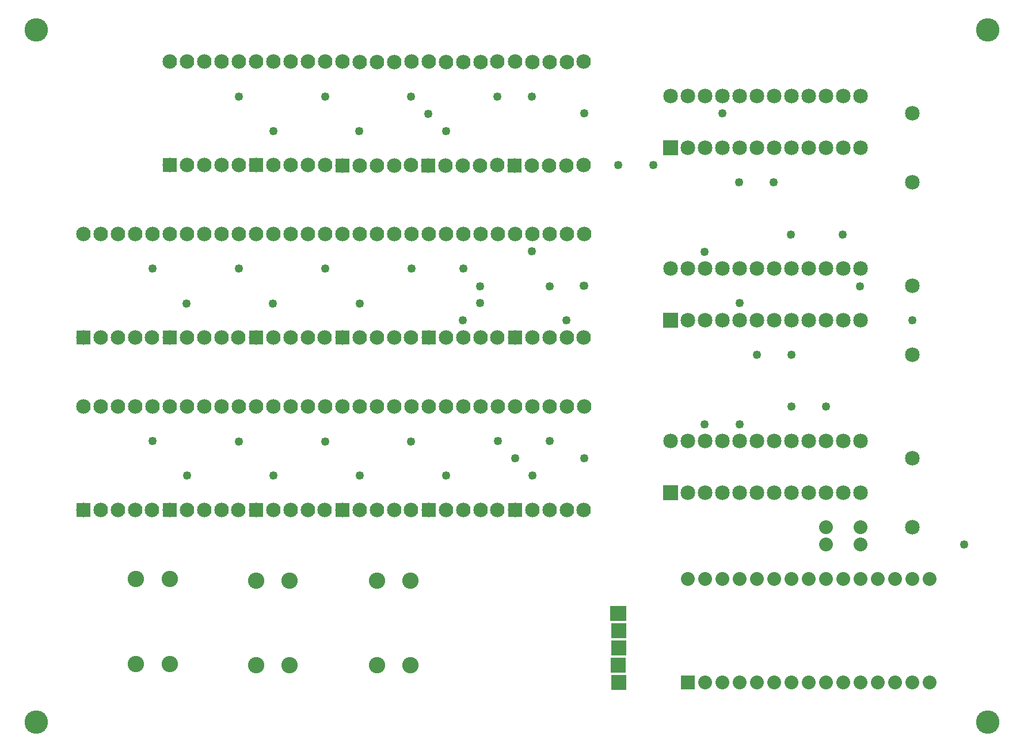
<source format=gbs>
G04 MADE WITH FRITZING*
G04 WWW.FRITZING.ORG*
G04 DOUBLE SIDED*
G04 HOLES PLATED*
G04 CONTOUR ON CENTER OF CONTOUR VECTOR*
%ASAXBY*%
%FSLAX23Y23*%
%MOIN*%
%OFA0B0*%
%SFA1.0B1.0*%
%ADD10C,0.049370*%
%ADD11C,0.135984*%
%ADD12C,0.080000*%
%ADD13C,0.085000*%
%ADD14C,0.095000*%
%ADD15C,0.084000*%
%ADD16R,0.083028X0.081501*%
%ADD17R,0.081756X0.084809*%
%ADD18R,0.083028X0.079550*%
%ADD19R,0.081501X0.081077*%
%ADD20R,0.081756X0.081756*%
%ADD21R,0.010028X0.010028*%
%ADD22R,0.092469X0.089707*%
%ADD23R,0.090184X0.090286*%
%ADD24R,0.088917X0.088056*%
%ADD25R,0.090000X0.090000*%
%ADD26R,0.090184X0.090012*%
%ADD27R,0.080000X0.079972*%
%ADD28R,0.084000X0.084000*%
%ADD29R,0.085000X0.085000*%
%LNMASK0*%
G90*
G70*
G54D10*
X4068Y2926D03*
X4769Y2027D03*
X4569Y2027D03*
X4867Y3025D03*
X4369Y2327D03*
X4570Y2327D03*
X4067Y1926D03*
X4269Y1926D03*
X3568Y3428D03*
X3769Y3427D03*
X4268Y3327D03*
X4468Y3327D03*
X4567Y3025D03*
G54D11*
X5708Y4213D03*
X196Y4213D03*
X5708Y197D03*
X196Y197D03*
G54D12*
X4769Y1227D03*
X4969Y1227D03*
X4769Y1327D03*
X4969Y1327D03*
G54D10*
X3370Y1728D03*
X2570Y3626D03*
X2467Y3725D03*
X4169Y3727D03*
X3369Y3728D03*
X5269Y3327D03*
X1369Y3826D03*
X1870Y3826D03*
X1870Y3826D03*
X2367Y3826D03*
X2367Y3826D03*
X2367Y3826D03*
X2868Y3826D03*
X2868Y3826D03*
X3068Y3826D03*
X3068Y3826D03*
X3069Y1627D03*
X3169Y1827D03*
X2969Y1727D03*
X5569Y1227D03*
G54D13*
X5269Y2727D03*
X5269Y2327D03*
G54D10*
X4270Y2629D03*
X3268Y2528D03*
X3368Y2728D03*
X3369Y2727D03*
X2768Y2726D03*
X3169Y2726D03*
X2768Y2627D03*
X3068Y2927D03*
X2367Y1826D03*
X1870Y1826D03*
X2869Y1827D03*
X5269Y1327D03*
X1068Y2626D03*
X1068Y2626D03*
X1568Y2626D03*
X1568Y2626D03*
X869Y1827D03*
X1369Y1826D03*
X1369Y1826D03*
X1870Y1826D03*
X2367Y1826D03*
X2869Y1827D03*
X869Y2827D03*
X1369Y2828D03*
X1369Y2828D03*
X1870Y2828D03*
X1870Y2828D03*
X2369Y2827D03*
X2369Y2827D03*
X2069Y2626D03*
X2668Y2528D03*
X2669Y2828D03*
X2669Y2828D03*
X1070Y1627D03*
X1569Y1627D03*
X2070Y1627D03*
X1070Y1627D03*
X1569Y1627D03*
X2070Y1627D03*
X2569Y1627D03*
X2569Y1627D03*
G54D14*
X2365Y1019D03*
X2169Y1019D03*
X2169Y527D03*
X2365Y527D03*
X1665Y1019D03*
X1469Y1019D03*
X1469Y527D03*
X1665Y527D03*
X969Y1027D03*
X772Y1027D03*
X772Y535D03*
X969Y535D03*
G54D15*
X3569Y427D03*
X3569Y527D03*
X3569Y627D03*
X3569Y727D03*
X3569Y827D03*
G54D12*
X3969Y427D03*
X4069Y427D03*
X4169Y427D03*
X4269Y427D03*
X4369Y427D03*
X4469Y427D03*
X4569Y427D03*
X4669Y427D03*
X4769Y427D03*
X4869Y427D03*
X4969Y427D03*
X5069Y427D03*
X5169Y427D03*
X5269Y427D03*
X5369Y427D03*
X3969Y1027D03*
X4069Y1027D03*
X4169Y1027D03*
X4269Y1027D03*
X4369Y1027D03*
X4469Y1027D03*
X4569Y1027D03*
X4669Y1027D03*
X4769Y1027D03*
X4869Y1027D03*
X4969Y1027D03*
X5069Y1027D03*
X5169Y1027D03*
X5269Y1027D03*
X5369Y1027D03*
G54D15*
X2968Y3426D03*
X3068Y3426D03*
X3168Y3426D03*
X3268Y3426D03*
X3366Y3427D03*
X3069Y4026D03*
X3169Y4026D03*
X3269Y4026D03*
X3368Y4027D03*
X2969Y4027D03*
X2969Y2427D03*
X3069Y2427D03*
X3169Y2427D03*
X3269Y2427D03*
X3367Y2427D03*
X3070Y3027D03*
X3170Y3027D03*
X3270Y3027D03*
X3369Y3027D03*
X2970Y3027D03*
X2969Y1427D03*
X3069Y1427D03*
X3169Y1427D03*
X3269Y1427D03*
X3367Y1427D03*
X3070Y2027D03*
X3170Y2027D03*
X3270Y2027D03*
X3369Y2027D03*
X2970Y2027D03*
X2468Y3426D03*
X2568Y3426D03*
X2668Y3426D03*
X2768Y3426D03*
X2866Y3427D03*
X2569Y4026D03*
X2669Y4026D03*
X2769Y4026D03*
X2868Y4027D03*
X2469Y4027D03*
X2469Y2427D03*
X2569Y2427D03*
X2669Y2427D03*
X2769Y2427D03*
X2867Y2427D03*
X2570Y3027D03*
X2670Y3027D03*
X2770Y3027D03*
X2869Y3027D03*
X2470Y3027D03*
X2469Y1427D03*
X2569Y1427D03*
X2669Y1427D03*
X2769Y1427D03*
X2867Y1427D03*
X2570Y2027D03*
X2670Y2027D03*
X2770Y2027D03*
X2869Y2027D03*
X2470Y2027D03*
X1969Y3426D03*
X2069Y3426D03*
X2169Y3426D03*
X2269Y3426D03*
X2368Y3427D03*
X2070Y4026D03*
X2170Y4026D03*
X2270Y4026D03*
X2369Y4027D03*
X1970Y4027D03*
X1969Y2427D03*
X2069Y2427D03*
X2169Y2427D03*
X2269Y2427D03*
X2367Y2427D03*
X2070Y3027D03*
X2170Y3027D03*
X2270Y3027D03*
X2369Y3027D03*
X1970Y3027D03*
X1969Y1427D03*
X2069Y1427D03*
X2169Y1427D03*
X2269Y1427D03*
X2367Y1427D03*
X2070Y2027D03*
X2170Y2027D03*
X2270Y2027D03*
X2369Y2027D03*
X1970Y2027D03*
X1470Y3427D03*
X1570Y3427D03*
X1670Y3427D03*
X1770Y3427D03*
X1869Y3427D03*
X1571Y4027D03*
X1671Y4027D03*
X1771Y4027D03*
X1870Y4027D03*
X1471Y4027D03*
X1469Y2427D03*
X1569Y2427D03*
X1669Y2427D03*
X1769Y2427D03*
X1867Y2427D03*
X1570Y3027D03*
X1670Y3027D03*
X1770Y3027D03*
X1869Y3027D03*
X1470Y3027D03*
X1469Y1427D03*
X1569Y1427D03*
X1669Y1427D03*
X1769Y1427D03*
X1867Y1427D03*
X1570Y2027D03*
X1670Y2027D03*
X1770Y2027D03*
X1869Y2027D03*
X1470Y2027D03*
X469Y2427D03*
X569Y2427D03*
X669Y2427D03*
X769Y2427D03*
X867Y2427D03*
X570Y3027D03*
X670Y3027D03*
X770Y3027D03*
X869Y3027D03*
X470Y3027D03*
X469Y1427D03*
X569Y1427D03*
X669Y1427D03*
X769Y1427D03*
X867Y1427D03*
X570Y2027D03*
X670Y2027D03*
X770Y2027D03*
X869Y2027D03*
X470Y2027D03*
X970Y3427D03*
X1070Y3427D03*
X1170Y3427D03*
X1270Y3427D03*
X1369Y3427D03*
X1071Y4027D03*
X1171Y4027D03*
X1271Y4027D03*
X1370Y4027D03*
X971Y4027D03*
X969Y2427D03*
X1069Y2427D03*
X1169Y2427D03*
X1269Y2427D03*
X1367Y2427D03*
X1070Y3027D03*
X1170Y3027D03*
X1270Y3027D03*
X1369Y3027D03*
X970Y3027D03*
X969Y1427D03*
X1069Y1427D03*
X1169Y1427D03*
X1269Y1427D03*
X1367Y1427D03*
X1070Y2027D03*
X1170Y2027D03*
X1270Y2027D03*
X1369Y2027D03*
X970Y2027D03*
G54D13*
X3869Y3527D03*
X3869Y3827D03*
X3969Y3527D03*
X3969Y3827D03*
X4069Y3527D03*
X4069Y3827D03*
X4169Y3527D03*
X4169Y3827D03*
X4269Y3527D03*
X4269Y3827D03*
X4369Y3527D03*
X4369Y3827D03*
X4469Y3527D03*
X4469Y3827D03*
X4569Y3527D03*
X4569Y3827D03*
X4669Y3527D03*
X4669Y3827D03*
X4769Y3527D03*
X4769Y3827D03*
X4869Y3527D03*
X4869Y3827D03*
X4969Y3527D03*
X4969Y3827D03*
X3869Y2527D03*
X3869Y2827D03*
X3969Y2527D03*
X3969Y2827D03*
X4069Y2527D03*
X4069Y2827D03*
X4169Y2527D03*
X4169Y2827D03*
X4269Y2527D03*
X4269Y2827D03*
X4369Y2527D03*
X4369Y2827D03*
X4469Y2527D03*
X4469Y2827D03*
X4569Y2527D03*
X4569Y2827D03*
X4669Y2527D03*
X4669Y2827D03*
X4769Y2527D03*
X4769Y2827D03*
X4869Y2527D03*
X4869Y2827D03*
X4969Y2527D03*
X4969Y2827D03*
X3870Y1527D03*
X3870Y1827D03*
X3970Y1527D03*
X3970Y1827D03*
X4070Y1527D03*
X4070Y1827D03*
X4170Y1527D03*
X4170Y1827D03*
X4270Y1527D03*
X4270Y1827D03*
X4370Y1527D03*
X4370Y1827D03*
X4470Y1527D03*
X4470Y1827D03*
X4570Y1527D03*
X4570Y1827D03*
X4670Y1527D03*
X4670Y1827D03*
X4770Y1527D03*
X4770Y1827D03*
X4870Y1527D03*
X4870Y1827D03*
X4970Y1527D03*
X4970Y1827D03*
X5269Y3327D03*
X5269Y3727D03*
X5269Y1327D03*
X5269Y1727D03*
G54D10*
X5269Y2527D03*
X4968Y2725D03*
X4968Y2725D03*
X5270Y2725D03*
X5270Y2725D03*
X1570Y3626D03*
X1570Y3626D03*
X2068Y3626D03*
X2068Y3626D03*
G54D16*
X3568Y826D03*
G54D17*
X3569Y728D03*
G54D18*
X3570Y627D03*
G54D19*
X3569Y426D03*
G54D20*
X3569Y527D03*
G54D21*
X3569Y427D03*
X3569Y527D03*
G54D19*
X3569Y527D03*
G54D20*
X3569Y427D03*
G54D21*
X3569Y427D03*
X3569Y527D03*
G54D19*
X3569Y527D03*
G54D20*
X3569Y427D03*
G54D21*
X3569Y427D03*
X3569Y527D03*
G54D19*
X3569Y527D03*
G54D20*
X3569Y427D03*
G54D22*
X3568Y827D03*
G54D23*
X3569Y727D03*
G54D24*
X3569Y627D03*
G54D25*
X3568Y527D03*
G54D26*
X3569Y427D03*
G54D27*
X3969Y427D03*
G54D28*
X2968Y3426D03*
X2969Y2427D03*
X2969Y1427D03*
X2468Y3426D03*
X2469Y2427D03*
X2469Y1427D03*
X1969Y3426D03*
X1969Y2427D03*
X1969Y1427D03*
X1470Y3427D03*
X1469Y2427D03*
X1469Y1427D03*
X469Y2427D03*
X469Y1427D03*
X970Y3427D03*
X969Y2427D03*
X969Y1427D03*
G54D29*
X3869Y3527D03*
X3869Y2527D03*
X3870Y1527D03*
G04 End of Mask0*
M02*
</source>
